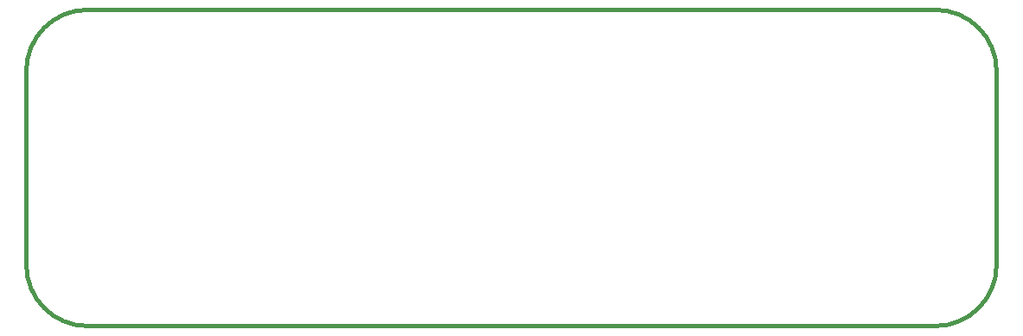
<source format=gbr>
G04 #@! TF.FileFunction,Profile,NP*
%FSLAX46Y46*%
G04 Gerber Fmt 4.6, Leading zero omitted, Abs format (unit mm)*
G04 Created by KiCad (PCBNEW (after 2015-mar-04 BZR unknown)-product) date 6/9/2017 4:00:00 PM*
%MOMM*%
G01*
G04 APERTURE LIST*
%ADD10C,0.150000*%
%ADD11C,0.381000*%
G04 APERTURE END LIST*
D10*
D11*
X95000000Y-25000000D02*
X95000000Y-6000000D01*
X6000000Y-31000000D02*
X89000000Y-31000000D01*
X0Y-6000000D02*
X0Y-25000000D01*
X89000000Y0D02*
X6000000Y0D01*
X95000000Y-6000000D02*
G75*
G03X89000000Y0I-6000000J0D01*
G01*
X89000000Y-31000000D02*
G75*
G03X95000000Y-25000000I0J6000000D01*
G01*
X0Y-25000000D02*
G75*
G03X6000000Y-31000000I6000000J0D01*
G01*
X6000000Y0D02*
G75*
G03X0Y-6000000I0J-6000000D01*
G01*
M02*

</source>
